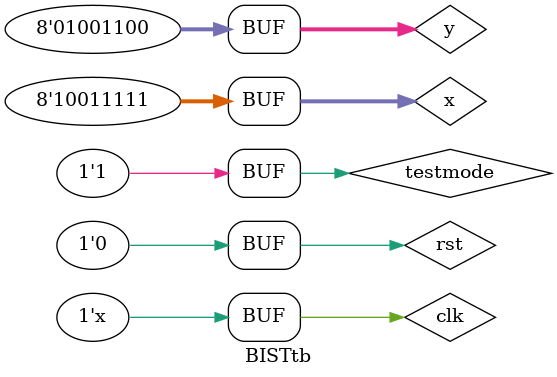
<source format=v>
`timescale 1ns / 1ps

module BISTtb;

	// Inputs
	reg clk;
	reg rst;
	reg [7:0] x;
	reg [7:0] y;
	reg testmode;

	// Outputs
	wire [7:0] z;
	wire [15:0] e;
	wire [7:0] d;

	// Instantiate the Unit Under Test (UUT)
	BIST uut (
		.clk(clk), 
		.rst(rst), 
		.x(x), 
		.y(y), 
		.z(z), 
		.e(e), 
		.d(d), 
		.testmode(testmode)
	);

	initial begin
		// Initialize Inputs
		clk = 0;
		rst = 1;
		x = 8'd159;
		y = 8'd76;
		testmode = 0;
		$monitor ("x=%d, y=%d, z=%d",e[7:0],e[15:8],z[7:0]);
	end
      
		always #5 clk = !clk;
		
		initial begin
		#10 rst =1'b0;
		testmode =1'b1;
		end
endmodule


</source>
